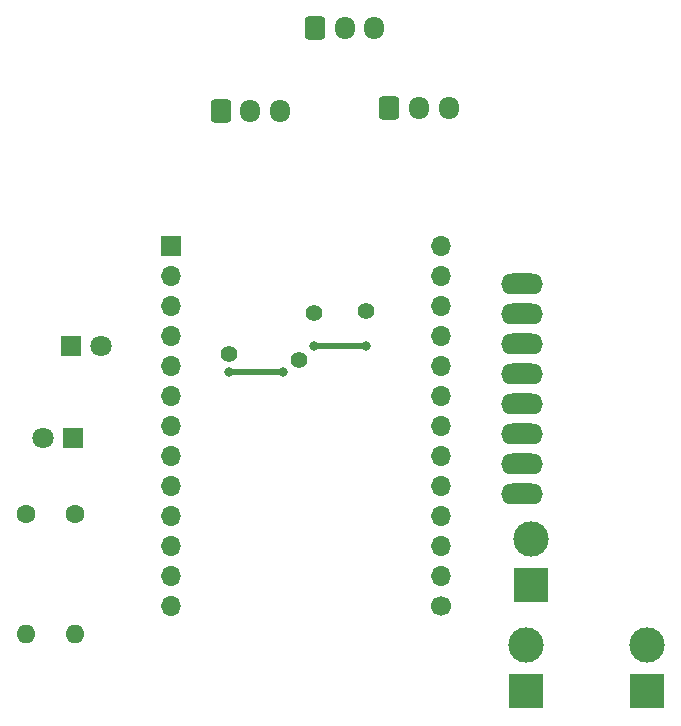
<source format=gbr>
%TF.GenerationSoftware,KiCad,Pcbnew,6.0.11-2627ca5db0~126~ubuntu20.04.1*%
%TF.CreationDate,2024-02-12T23:33:47+01:00*%
%TF.ProjectId,PCB,5043422e-6b69-4636-9164-5f7063625858,rev?*%
%TF.SameCoordinates,Original*%
%TF.FileFunction,Copper,L2,Bot*%
%TF.FilePolarity,Positive*%
%FSLAX46Y46*%
G04 Gerber Fmt 4.6, Leading zero omitted, Abs format (unit mm)*
G04 Created by KiCad (PCBNEW 6.0.11-2627ca5db0~126~ubuntu20.04.1) date 2024-02-12 23:33:47*
%MOMM*%
%LPD*%
G01*
G04 APERTURE LIST*
G04 Aperture macros list*
%AMRoundRect*
0 Rectangle with rounded corners*
0 $1 Rounding radius*
0 $2 $3 $4 $5 $6 $7 $8 $9 X,Y pos of 4 corners*
0 Add a 4 corners polygon primitive as box body*
4,1,4,$2,$3,$4,$5,$6,$7,$8,$9,$2,$3,0*
0 Add four circle primitives for the rounded corners*
1,1,$1+$1,$2,$3*
1,1,$1+$1,$4,$5*
1,1,$1+$1,$6,$7*
1,1,$1+$1,$8,$9*
0 Add four rect primitives between the rounded corners*
20,1,$1+$1,$2,$3,$4,$5,0*
20,1,$1+$1,$4,$5,$6,$7,0*
20,1,$1+$1,$6,$7,$8,$9,0*
20,1,$1+$1,$8,$9,$2,$3,0*%
G04 Aperture macros list end*
%TA.AperFunction,ComponentPad*%
%ADD10C,1.600000*%
%TD*%
%TA.AperFunction,ComponentPad*%
%ADD11O,1.600000X1.600000*%
%TD*%
%TA.AperFunction,ComponentPad*%
%ADD12C,1.400000*%
%TD*%
%TA.AperFunction,ComponentPad*%
%ADD13R,1.800000X1.800000*%
%TD*%
%TA.AperFunction,ComponentPad*%
%ADD14C,1.800000*%
%TD*%
%TA.AperFunction,ComponentPad*%
%ADD15RoundRect,0.250000X-0.600000X-0.725000X0.600000X-0.725000X0.600000X0.725000X-0.600000X0.725000X0*%
%TD*%
%TA.AperFunction,ComponentPad*%
%ADD16O,1.700000X1.950000*%
%TD*%
%TA.AperFunction,ComponentPad*%
%ADD17R,3.000000X3.000000*%
%TD*%
%TA.AperFunction,ComponentPad*%
%ADD18C,3.000000*%
%TD*%
%TA.AperFunction,ComponentPad*%
%ADD19O,3.556000X1.778000*%
%TD*%
%TA.AperFunction,ComponentPad*%
%ADD20R,1.700000X1.700000*%
%TD*%
%TA.AperFunction,ComponentPad*%
%ADD21O,1.700000X1.700000*%
%TD*%
%TA.AperFunction,ComponentPad*%
%ADD22C,1.700000*%
%TD*%
%TA.AperFunction,ViaPad*%
%ADD23C,0.800000*%
%TD*%
%TA.AperFunction,Conductor*%
%ADD24C,0.500000*%
%TD*%
G04 APERTURE END LIST*
D10*
%TO.P,R2.2,1*%
%TO.N,Net-(D2-Pad2)*%
X52200000Y-116200000D03*
D11*
%TO.P,R2.2,2*%
%TO.N,Net-(R2.2-Pad2)*%
X52200000Y-126360000D03*
%TD*%
D12*
%TO.P,Jump,1*%
%TO.N,N/C*%
X72400000Y-99200000D03*
%TD*%
%TO.P,Jump,1*%
%TO.N,N/C*%
X71100000Y-103200000D03*
%TD*%
D13*
%TO.P,D2,1,K*%
%TO.N,GND*%
X51860000Y-102000000D03*
D14*
%TO.P,D2,2,A*%
%TO.N,Net-(D2-Pad2)*%
X54400000Y-102000000D03*
%TD*%
D15*
%TO.P,pot2,1,1*%
%TO.N,GND*%
X64500000Y-82100000D03*
D16*
%TO.P,pot2,2,2*%
%TO.N,Net-(RV2-Pad2)*%
X67000000Y-82100000D03*
%TO.P,pot2,3,3*%
%TO.N,VCC*%
X69500000Y-82100000D03*
%TD*%
D17*
%TO.P,SW3,1*%
%TO.N,Net-(SW3-Pad1)*%
X90400000Y-131200000D03*
D18*
%TO.P,SW3,2*%
%TO.N,GND*%
X90400000Y-127320000D03*
%TD*%
D15*
%TO.P,pot3,1,1*%
%TO.N,GND*%
X78800000Y-81800000D03*
D16*
%TO.P,pot3,2,2*%
%TO.N,Net-(RV3-Pad2)*%
X81300000Y-81800000D03*
%TO.P,pot3,3,3*%
%TO.N,VCC*%
X83800000Y-81800000D03*
%TD*%
D15*
%TO.P,pot 1,1,1*%
%TO.N,GND*%
X72500000Y-75100000D03*
D16*
%TO.P,pot 1,2,2*%
%TO.N,Net-(RV1-Pad2)*%
X75000000Y-75100000D03*
%TO.P,pot 1,3,3*%
%TO.N,VCC*%
X77500000Y-75100000D03*
%TD*%
D19*
%TO.P,U2,ADO,ADO*%
%TO.N,unconnected-(U2-PadADO)*%
X90000000Y-112000000D03*
%TO.P,U2,GND,GND*%
%TO.N,GND*%
X90000000Y-99300000D03*
%TO.P,U2,INT,INT*%
%TO.N,unconnected-(U2-PadINT)*%
X90000000Y-114540000D03*
%TO.P,U2,SCL,SCL*%
%TO.N,Net-(U1-Pad25)*%
X90000000Y-101840000D03*
%TO.P,U2,SDA,SDA*%
%TO.N,Net-(U1-Pad24)*%
X90000000Y-104380000D03*
%TO.P,U2,VCC,VCC*%
%TO.N,VCC*%
X90000000Y-96760000D03*
%TO.P,U2,XCL,XCL*%
%TO.N,unconnected-(U2-PadXCL)*%
X90000000Y-109460000D03*
%TO.P,U2,XDA,XDA*%
%TO.N,unconnected-(U2-PadXDA)*%
X90000000Y-106920000D03*
%TD*%
D20*
%TO.P,U1,1,VP*%
%TO.N,unconnected-(U1-Pad1)*%
X60340000Y-93520000D03*
D21*
%TO.P,U1,2,VN*%
%TO.N,unconnected-(U1-Pad2)*%
X60340000Y-96060000D03*
%TO.P,U1,3,EN*%
%TO.N,unconnected-(U1-Pad3)*%
X60340000Y-98600000D03*
%TO.P,U1,4,34*%
%TO.N,unconnected-(U1-Pad4)*%
X60340000Y-101140000D03*
%TO.P,U1,5,35*%
%TO.N,unconnected-(U1-Pad5)*%
X60340000Y-103680000D03*
%TO.P,U1,6,32*%
%TO.N,unconnected-(U1-Pad6)*%
X60340000Y-106220000D03*
%TO.P,U1,7,33*%
%TO.N,Net-(R1.2-Pad2)*%
X60340000Y-108760000D03*
%TO.P,U1,8,25*%
%TO.N,Net-(R2.2-Pad2)*%
X60340000Y-111300000D03*
%TO.P,U1,9,26*%
%TO.N,unconnected-(U1-Pad9)*%
X60340000Y-113840000D03*
%TO.P,U1,10,27*%
%TO.N,unconnected-(U1-Pad10)*%
X60340000Y-116380000D03*
%TO.P,U1,11,14*%
%TO.N,unconnected-(U1-Pad11)*%
X60340000Y-118920000D03*
%TO.P,U1,12,12*%
%TO.N,unconnected-(U1-Pad12)*%
X60340000Y-121460000D03*
%TO.P,U1,13,GND*%
%TO.N,GND*%
X60340000Y-124000000D03*
D22*
%TO.P,U1,14,13*%
%TO.N,Net-(SW3-Pad1)*%
X83200000Y-124000000D03*
D21*
%TO.P,U1,15,15*%
%TO.N,Net-(RV2-Pad2)*%
X83200000Y-121460000D03*
%TO.P,U1,16,2*%
%TO.N,Net-(SW2-Pad1)*%
X83200000Y-118920000D03*
%TO.P,U1,17,0*%
%TO.N,Net-(RV1-Pad2)*%
X83200000Y-116380000D03*
%TO.P,U1,18,4*%
%TO.N,Net-(SW1-Pad1)*%
X83200000Y-113840000D03*
%TO.P,U1,19,16*%
%TO.N,Net-(RV3-Pad2)*%
X83200000Y-111300000D03*
%TO.P,U1,20,17*%
%TO.N,unconnected-(U1-Pad20)*%
X83200000Y-108760000D03*
%TO.P,U1,21,5*%
%TO.N,unconnected-(U1-Pad21)*%
X83200000Y-106220000D03*
%TO.P,U1,22,18*%
%TO.N,unconnected-(U1-Pad22)*%
X83200000Y-103680000D03*
%TO.P,U1,23,23*%
%TO.N,unconnected-(U1-Pad23)*%
X83200000Y-101140000D03*
%TO.P,U1,24,19*%
%TO.N,Net-(U1-Pad24)*%
X83200000Y-98600000D03*
%TO.P,U1,25,22*%
%TO.N,Net-(U1-Pad25)*%
X83200000Y-96060000D03*
%TO.P,U1,26,3v3*%
%TO.N,VCC*%
X83200000Y-93520000D03*
%TD*%
D13*
%TO.P,D1,1,K*%
%TO.N,GND*%
X52000000Y-109800000D03*
D14*
%TO.P,D1,2,A*%
%TO.N,Net-(D1-Pad2)*%
X49460000Y-109800000D03*
%TD*%
D12*
%TO.P,Jump,1*%
%TO.N,N/C*%
X65200000Y-102700000D03*
%TD*%
D10*
%TO.P,R1.2,1*%
%TO.N,Net-(D1-Pad2)*%
X48000000Y-116200000D03*
D11*
%TO.P,R1.2,2*%
%TO.N,Net-(R1.2-Pad2)*%
X48000000Y-126360000D03*
%TD*%
D17*
%TO.P,SW1,1*%
%TO.N,Net-(SW1-Pad1)*%
X90800000Y-122200000D03*
D18*
%TO.P,SW1,2*%
%TO.N,GND*%
X90800000Y-118320000D03*
%TD*%
D12*
%TO.P,Jump,1*%
%TO.N,N/C*%
X76800000Y-99000000D03*
%TD*%
D17*
%TO.P,SW2,1*%
%TO.N,Net-(SW2-Pad1)*%
X100600000Y-131200000D03*
D18*
%TO.P,SW2,2*%
%TO.N,GND*%
X100600000Y-127320000D03*
%TD*%
D23*
%TO.N,GND*%
X65200000Y-104200000D03*
X69800000Y-104200000D03*
X76800000Y-102000000D03*
X72400000Y-102000000D03*
%TD*%
D24*
%TO.N,GND*%
X65200000Y-104200000D02*
X69800000Y-104200000D01*
X76800000Y-102000000D02*
X72400000Y-102000000D01*
%TD*%
M02*

</source>
